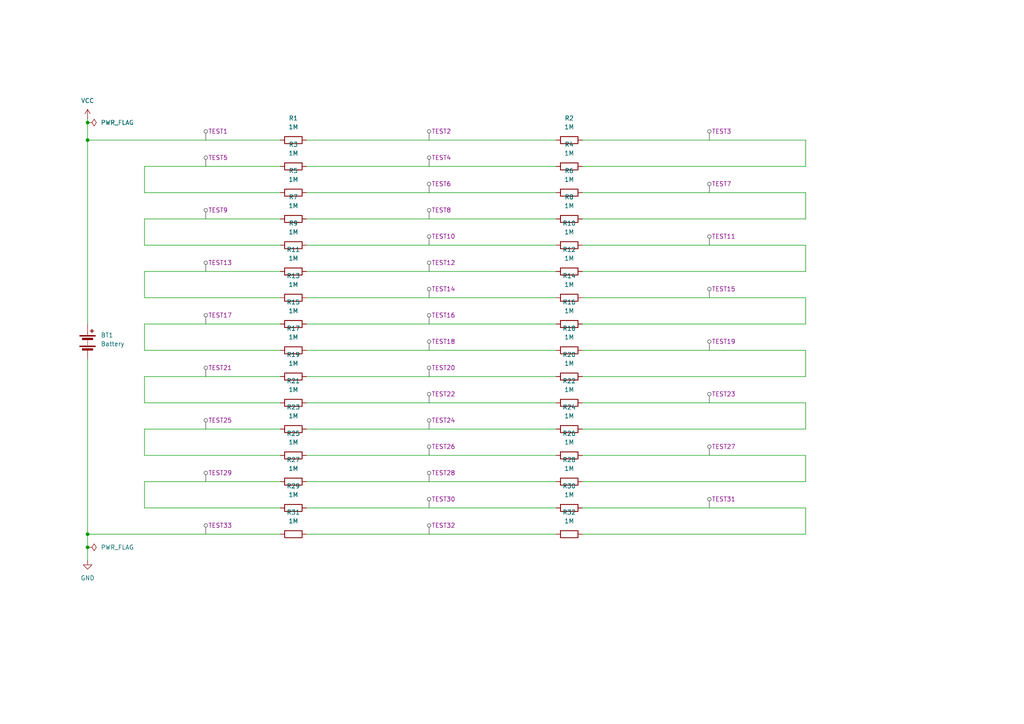
<source format=kicad_sch>
(kicad_sch (version 20250114) (generator "eeschema") (generator_version "9.0")
  (paper "A4")
  (lib_symbols
    (symbol "Device:Battery" (pin_numbers (hide yes)) (pin_names (offset 0) (hide yes))
      (property "Reference" "BT" (at 2.54 2.54 0))
      (property "Value" "Battery" (at 2.54 0 0))
      (symbol "Battery_0_1"
        (rectangle (start -2.286 1.778) (end 2.286 1.524) (fill (type outline)))
        (rectangle (start -2.286 -1.27) (end 2.286 -1.524) (fill (type outline)))
        (rectangle (start -1.524 1.016) (end 1.524 0.508) (fill (type outline)))
        (rectangle (start -1.524 -2.032) (end 1.524 -2.54) (fill (type outline)))
        (polyline (pts (xy 0 1.778) (xy 0 2.54)))
        (polyline (pts (xy 0 0) (xy 0 0.254)))
        (polyline (pts (xy 0 -0.508) (xy 0 -0.254)))
        (polyline (pts (xy 0 -1.016) (xy 0 -0.762)))
        (polyline (pts (xy 0.762 3.048) (xy 1.778 3.048)) (stroke (width 0.254)))
        (polyline (pts (xy 1.27 3.556) (xy 1.27 2.54)) (stroke (width 0.254)))
      )
      (symbol "Battery_1_1"
        (pin passive line (at 0 5.08 270) (length 2.54) (name "+") (number "1"))
        (pin passive line (at 0 -5.08 90) (length 2.54) (name "-") (number "2"))
      )
    )
    (symbol "Device:R" (pin_numbers (hide yes)) (pin_names (offset 0))
      (property "Reference" "R" (at 2.032 0 90))
      (property "Value" "R" (at 0 0 90))
      (symbol "R_0_1"
        (rectangle (start -1.016 -2.54) (end 1.016 2.54) (stroke (width 0.254)))
      )
      (symbol "R_1_1"
        (pin passive line (at 0 3.81 270) (length 1.27) (name "~") (number "1"))
        (pin passive line (at 0 -3.81 90) (length 1.27) (name "~") (number "2"))
      )
    )
    (symbol "power:GND" (power) (pin_numbers (hide yes)) (pin_names (offset 0) (hide yes))
      (property "Value" "GND" (at 0 -3.81 0))
      (symbol "GND_0_1"
        (polyline (pts (xy 0 0) (xy 0 -1.27) (xy 1.27 -1.27) (xy 0 -2.54) (xy -1.27 -1.27) (xy 0 -1.27)))
      )
      (symbol "GND_1_1"
        (pin power_in line (at 0 0 270) (length 0) (name "~") (number "1"))
      )
    )
    (symbol "power:PWR_FLAG" (power) (pin_numbers (hide yes)) (pin_names (offset 0) (hide yes))
      (property "Value" "PWR_FLAG" (at 0 3.81 0))
      (symbol "PWR_FLAG_0_0"
        (pin power_out line (at 0 0 90) (length 0) (name "~") (number "1"))
      )
      (symbol "PWR_FLAG_0_1"
        (polyline (pts (xy 0 0) (xy 0 1.27) (xy -1.016 1.905) (xy 0 2.54) (xy 1.016 1.905) (xy 0 1.27)))
      )
    )
    (symbol "power:VCC" (power) (pin_numbers (hide yes)) (pin_names (offset 0) (hide yes))
      (property "Value" "VCC" (at 0 3.556 0))
      (symbol "VCC_0_1"
        (polyline (pts (xy -0.762 1.27) (xy 0 2.54)))
        (polyline (pts (xy 0 2.54) (xy 0.762 1.27)))
        (polyline (pts (xy 0 0) (xy 0 2.54)))
      )
      (symbol "VCC_1_1"
        (pin power_in line (at 0 0 90) (length 0) (name "~") (number "1"))
      )
    )
  )
  (junction (at 25.4 158.75))
  (junction (at 25.4 154.94))
  (junction (at 25.4 35.56))
  (junction (at 25.4 40.64))
  (wire (pts (xy 41.91 124.46) (xy 41.91 132.08)))
  (wire (pts (xy 88.9 116.84) (xy 161.29 116.84)))
  (wire (pts (xy 41.91 139.7) (xy 41.91 147.32)))
  (wire (pts (xy 41.91 109.22) (xy 41.91 116.84)))
  (wire (pts (xy 41.91 55.88) (xy 81.28 55.88)))
  (wire (pts (xy 25.4 40.64) (xy 81.28 40.64)))
  (wire (pts (xy 88.9 147.32) (xy 161.29 147.32)))
  (wire (pts (xy 88.9 48.26) (xy 161.29 48.26)))
  (wire (pts (xy 88.9 86.36) (xy 161.29 86.36)))
  (wire (pts (xy 41.91 139.7) (xy 81.28 139.7)))
  (wire (pts (xy 168.91 78.74) (xy 233.68 78.74)))
  (wire (pts (xy 88.9 132.08) (xy 161.29 132.08)))
  (wire (pts (xy 41.91 48.26) (xy 41.91 55.88)))
  (wire (pts (xy 25.4 34.29) (xy 25.4 35.56)))
  (wire (pts (xy 168.91 71.12) (xy 233.68 71.12)))
  (wire (pts (xy 88.9 40.64) (xy 161.29 40.64)))
  (wire (pts (xy 25.4 35.56) (xy 25.4 40.64)))
  (wire (pts (xy 25.4 154.94) (xy 25.4 158.75)))
  (wire (pts (xy 168.91 147.32) (xy 233.68 147.32)))
  (wire (pts (xy 41.91 78.74) (xy 41.91 86.36)))
  (wire (pts (xy 88.9 78.74) (xy 161.29 78.74)))
  (wire (pts (xy 41.91 101.6) (xy 81.28 101.6)))
  (wire (pts (xy 88.9 124.46) (xy 161.29 124.46)))
  (wire (pts (xy 168.91 124.46) (xy 233.68 124.46)))
  (wire (pts (xy 168.91 154.94) (xy 233.68 154.94)))
  (wire (pts (xy 41.91 93.98) (xy 41.91 101.6)))
  (wire (pts (xy 168.91 55.88) (xy 233.68 55.88)))
  (wire (pts (xy 168.91 116.84) (xy 233.68 116.84)))
  (wire (pts (xy 168.91 63.5) (xy 233.68 63.5)))
  (wire (pts (xy 41.91 71.12) (xy 81.28 71.12)))
  (wire (pts (xy 88.9 154.94) (xy 161.29 154.94)))
  (wire (pts (xy 168.91 40.64) (xy 233.68 40.64)))
  (wire (pts (xy 233.68 86.36) (xy 233.68 93.98)))
  (wire (pts (xy 41.91 124.46) (xy 81.28 124.46)))
  (wire (pts (xy 168.91 48.26) (xy 233.68 48.26)))
  (wire (pts (xy 41.91 147.32) (xy 81.28 147.32)))
  (wire (pts (xy 233.68 40.64) (xy 233.68 48.26)))
  (wire (pts (xy 88.9 109.22) (xy 161.29 109.22)))
  (wire (pts (xy 168.91 93.98) (xy 233.68 93.98)))
  (wire (pts (xy 25.4 154.94) (xy 81.28 154.94)))
  (wire (pts (xy 41.91 86.36) (xy 81.28 86.36)))
  (wire (pts (xy 88.9 101.6) (xy 161.29 101.6)))
  (wire (pts (xy 88.9 55.88) (xy 161.29 55.88)))
  (wire (pts (xy 41.91 132.08) (xy 81.28 132.08)))
  (wire (pts (xy 168.91 139.7) (xy 233.68 139.7)))
  (wire (pts (xy 168.91 132.08) (xy 233.68 132.08)))
  (wire (pts (xy 41.91 63.5) (xy 81.28 63.5)))
  (wire (pts (xy 88.9 63.5) (xy 161.29 63.5)))
  (wire (pts (xy 233.68 147.32) (xy 233.68 154.94)))
  (wire (pts (xy 25.4 93.98) (xy 25.4 40.64)))
  (wire (pts (xy 168.91 109.22) (xy 233.68 109.22)))
  (wire (pts (xy 168.91 86.36) (xy 233.68 86.36)))
  (wire (pts (xy 41.91 116.84) (xy 81.28 116.84)))
  (wire (pts (xy 233.68 116.84) (xy 233.68 124.46)))
  (wire (pts (xy 41.91 48.26) (xy 81.28 48.26)))
  (wire (pts (xy 41.91 109.22) (xy 81.28 109.22)))
  (wire (pts (xy 88.9 93.98) (xy 161.29 93.98)))
  (wire (pts (xy 168.91 101.6) (xy 233.68 101.6)))
  (wire (pts (xy 233.68 132.08) (xy 233.68 139.7)))
  (wire (pts (xy 88.9 71.12) (xy 161.29 71.12)))
  (wire (pts (xy 41.91 93.98) (xy 81.28 93.98)))
  (wire (pts (xy 233.68 101.6) (xy 233.68 109.22)))
  (wire (pts (xy 25.4 104.14) (xy 25.4 154.94)))
  (wire (pts (xy 233.68 55.88) (xy 233.68 63.5)))
  (wire (pts (xy 88.9 139.7) (xy 161.29 139.7)))
  (wire (pts (xy 25.4 158.75) (xy 25.4 162.56)))
  (wire (pts (xy 41.91 78.74) (xy 81.28 78.74)))
  (wire (pts (xy 41.91 63.5) (xy 41.91 71.12)))
  (wire (pts (xy 233.68 71.12) (xy 233.68 78.74)))
  (netclass_flag "" (length 2.54) (shape round) (at 59.69 63.5 0) (property "Netclass" "TEST9" (at 60.3885 60.96 0) (effects (justify left))))
  (netclass_flag "" (length 2.54) (shape round) (at 205.74 116.84 0) (property "Netclass" "TEST23" (at 206.4385 114.3 0) (effects (justify left))))
  (netclass_flag "" (length 2.54) (shape round) (at 205.74 101.6 0) (property "Netclass" "TEST19" (at 206.4385 99.06 0) (effects (justify left))))
  (netclass_flag "" (length 2.54) (shape round) (at 59.69 109.22 0) (property "Netclass" "TEST21" (at 60.3885 106.68 0) (effects (justify left))))
  (netclass_flag "" (length 2.54) (shape round) (at 205.74 147.32 0) (property "Netclass" "TEST31" (at 206.4385 144.78 0) (effects (justify left))))
  (netclass_flag "" (length 2.54) (shape round) (at 124.46 48.26 0) (property "Netclass" "TEST4" (at 125.1585 45.72 0) (effects (justify left))))
  (netclass_flag "" (length 2.54) (shape round) (at 205.74 55.88 0) (property "Netclass" "TEST7" (at 206.4385 53.34 0) (effects (justify left))))
  (netclass_flag "" (length 2.54) (shape round) (at 59.69 124.46 0) (property "Netclass" "TEST25" (at 60.3885 121.92 0) (effects (justify left))))
  (netclass_flag "" (length 2.54) (shape round) (at 124.46 132.08 0) (property "Netclass" "TEST26" (at 125.1585 129.54 0) (effects (justify left))))
  (netclass_flag "" (length 2.54) (shape round) (at 59.69 154.94 0) (property "Netclass" "TEST33" (at 60.3885 152.4 0) (effects (justify left))))
  (netclass_flag "" (length 2.54) (shape round) (at 124.46 63.5 0) (property "Netclass" "TEST8" (at 125.1585 60.96 0) (effects (justify left))))
  (netclass_flag "" (length 2.54) (shape round) (at 205.74 132.08 0) (property "Netclass" "TEST27" (at 206.4385 129.54 0) (effects (justify left))))
  (netclass_flag "" (length 2.54) (shape round) (at 124.46 93.98 0) (property "Netclass" "TEST16" (at 125.1585 91.44 0) (effects (justify left))))
  (netclass_flag "" (length 2.54) (shape round) (at 59.69 139.7 0) (property "Netclass" "TEST29" (at 60.3885 137.16 0) (effects (justify left))))
  (netclass_flag "" (length 2.54) (shape round) (at 205.74 71.12 0) (property "Netclass" "TEST11" (at 206.4385 68.58 0) (effects (justify left))))
  (netclass_flag "" (length 2.54) (shape round) (at 124.46 71.12 0) (property "Netclass" "TEST10" (at 125.1585 68.58 0) (effects (justify left))))
  (netclass_flag "" (length 2.54) (shape round) (at 124.46 78.74 0) (property "Netclass" "TEST12" (at 125.1585 76.2 0) (effects (justify left))))
  (netclass_flag "" (length 2.54) (shape round) (at 59.69 40.64 0) (property "Netclass" "TEST1" (at 60.3885 38.1 0) (effects (justify left))))
  (netclass_flag "" (length 2.54) (shape round) (at 124.46 109.22 0) (property "Netclass" "TEST20" (at 125.1585 106.68 0) (effects (justify left))))
  (netclass_flag "" (length 2.54) (shape round) (at 124.46 124.46 0) (property "Netclass" "TEST24" (at 125.1585 121.92 0) (effects (justify left))))
  (netclass_flag "" (length 2.54) (shape round) (at 205.74 40.64 0) (property "Netclass" "TEST3" (at 206.4385 38.1 0) (effects (justify left))))
  (netclass_flag "" (length 2.54) (shape round) (at 59.69 78.74 0) (property "Netclass" "TEST13" (at 60.3885 76.2 0) (effects (justify left))))
  (netclass_flag "" (length 2.54) (shape round) (at 124.46 40.64 0) (property "Netclass" "TEST2" (at 125.1585 38.1 0) (effects (justify left))))
  (netclass_flag "" (length 2.54) (shape round) (at 59.69 48.26 0) (property "Netclass" "TEST5" (at 60.3885 45.72 0) (effects (justify left))))
  (netclass_flag "" (length 2.54) (shape round) (at 124.46 147.32 0) (property "Netclass" "TEST30" (at 125.1585 144.78 0) (effects (justify left))))
  (netclass_flag "" (length 2.54) (shape round) (at 124.46 116.84 0) (property "Netclass" "TEST22" (at 125.1585 114.3 0) (effects (justify left))))
  (netclass_flag "" (length 2.54) (shape round) (at 124.46 86.36 0) (property "Netclass" "TEST14" (at 125.1585 83.82 0) (effects (justify left))))
  (netclass_flag "" (length 2.54) (shape round) (at 205.74 86.36 0) (property "Netclass" "TEST15" (at 206.4385 83.82 0) (effects (justify left))))
  (netclass_flag "" (length 2.54) (shape round) (at 59.69 93.98 0) (property "Netclass" "TEST17" (at 60.3885 91.44 0) (effects (justify left))))
  (netclass_flag "" (length 2.54) (shape round) (at 124.46 101.6 0) (property "Netclass" "TEST18" (at 125.1585 99.06 0) (effects (justify left))))
  (netclass_flag "" (length 2.54) (shape round) (at 124.46 55.88 0) (property "Netclass" "TEST6" (at 125.1585 53.34 0) (effects (justify left))))
  (netclass_flag "" (length 2.54) (shape round) (at 124.46 139.7 0) (property "Netclass" "TEST28" (at 125.1585 137.16 0) (effects (justify left))))
  (netclass_flag "" (length 2.54) (shape round) (at 124.46 154.94 0) (property "Netclass" "TEST32" (at 125.1585 152.4 0) (effects (justify left))))
  (symbol (lib_id "Device:R") (at 165.1 147.32 90) (unit 1)
    (property "Reference" "R30" (at 165.1 140.97 90))
    (property "Value" "1M" (at 165.1 143.51 90))
    (property "Footprint" "Resistor_THT:R_Axial_DIN0204_L3.6mm_D1.6mm_P7.62mm_Horizontal" (effects (hide yes)))
    (property "Description" "Resistor" (effects (hide yes)))
  )
  (symbol (lib_id "Device:R") (at 85.09 109.22 90) (unit 1)
    (property "Reference" "R19" (at 85.09 102.87 90))
    (property "Value" "1M" (at 85.09 105.41 90))
    (property "Footprint" "Resistor_THT:R_Axial_DIN0204_L3.6mm_D1.6mm_P7.62mm_Horizontal" (effects (hide yes)))
    (property "Description" "Resistor" (effects (hide yes)))
  )
  (symbol (lib_id "Device:R") (at 85.09 101.6 90) (unit 1)
    (property "Reference" "R17" (at 85.09 95.25 90))
    (property "Value" "1M" (at 85.09 97.79 90))
    (property "Footprint" "Resistor_THT:R_Axial_DIN0204_L3.6mm_D1.6mm_P7.62mm_Horizontal" (effects (hide yes)))
    (property "Description" "Resistor" (effects (hide yes)))
  )
  (symbol (lib_id "Device:R") (at 85.09 40.64 90) (unit 1)
    (property "Reference" "R1" (at 85.09 34.29 90))
    (property "Value" "1M" (at 85.09 36.83 90))
    (property "Footprint" "Resistor_THT:R_Axial_DIN0204_L3.6mm_D1.6mm_P7.62mm_Horizontal" (effects (hide yes)))
    (property "Description" "Resistor" (effects (hide yes)))
  )
  (symbol (lib_id "Device:R") (at 165.1 154.94 90) (unit 1)
    (property "Reference" "R32" (at 165.1 148.59 90))
    (property "Value" "1M" (at 165.1 151.13 90))
    (property "Footprint" "Resistor_THT:R_Axial_DIN0204_L3.6mm_D1.6mm_P7.62mm_Horizontal" (effects (hide yes)))
    (property "Description" "Resistor" (effects (hide yes)))
  )
  (symbol (lib_id "Device:R") (at 165.1 40.64 90) (unit 1)
    (property "Reference" "R2" (at 165.1 34.29 90))
    (property "Value" "1M" (at 165.1 36.83 90))
    (property "Footprint" "Resistor_THT:R_Axial_DIN0204_L3.6mm_D1.6mm_P7.62mm_Horizontal" (effects (hide yes)))
    (property "Description" "Resistor" (effects (hide yes)))
  )
  (symbol (lib_id "Device:R") (at 85.09 147.32 90) (unit 1)
    (property "Reference" "R29" (at 85.09 140.97 90))
    (property "Value" "1M" (at 85.09 143.51 90))
    (property "Footprint" "Resistor_THT:R_Axial_DIN0204_L3.6mm_D1.6mm_P7.62mm_Horizontal" (effects (hide yes)))
    (property "Description" "Resistor" (effects (hide yes)))
  )
  (symbol (lib_id "Device:R") (at 85.09 154.94 90) (unit 1)
    (property "Reference" "R31" (at 85.09 148.59 90))
    (property "Value" "1M" (at 85.09 151.13 90))
    (property "Footprint" "Resistor_THT:R_Axial_DIN0204_L3.6mm_D1.6mm_P7.62mm_Horizontal" (effects (hide yes)))
    (property "Description" "Resistor" (effects (hide yes)))
  )
  (symbol (lib_id "Device:R") (at 165.1 86.36 90) (unit 1)
    (property "Reference" "R14" (at 165.1 80.01 90))
    (property "Value" "1M" (at 165.1 82.55 90))
    (property "Footprint" "Resistor_THT:R_Axial_DIN0204_L3.6mm_D1.6mm_P7.62mm_Horizontal" (effects (hide yes)))
    (property "Description" "Resistor" (effects (hide yes)))
  )
  (symbol (lib_id "Device:R") (at 85.09 55.88 90) (unit 1)
    (property "Reference" "R5" (at 85.09 49.53 90))
    (property "Value" "1M" (at 85.09 52.07 90))
    (property "Footprint" "Resistor_THT:R_Axial_DIN0204_L3.6mm_D1.6mm_P7.62mm_Horizontal" (effects (hide yes)))
    (property "Description" "Resistor" (effects (hide yes)))
  )
  (symbol (lib_id "power:VCC") (at 25.4 34.29 0) (unit 1)
    (property "Reference" "#PWR01" (effects (hide yes)))
    (property "Value" "VCC" (at 25.4 29.21 0))
    (property "Description" "Power symbol creates a global label with name \"VCC\"" (effects (hide yes)))
  )
  (symbol (lib_id "Device:R") (at 165.1 71.12 90) (unit 1)
    (property "Reference" "R10" (at 165.1 64.77 90))
    (property "Value" "1M" (at 165.1 67.31 90))
    (property "Footprint" "Resistor_THT:R_Axial_DIN0204_L3.6mm_D1.6mm_P7.62mm_Horizontal" (effects (hide yes)))
    (property "Description" "Resistor" (effects (hide yes)))
  )
  (symbol (lib_id "Device:R") (at 85.09 48.26 90) (unit 1)
    (property "Reference" "R3" (at 85.09 41.91 90))
    (property "Value" "1M" (at 85.09 44.45 90))
    (property "Footprint" "Resistor_THT:R_Axial_DIN0204_L3.6mm_D1.6mm_P7.62mm_Horizontal" (effects (hide yes)))
    (property "Description" "Resistor" (effects (hide yes)))
  )
  (symbol (lib_id "Device:R") (at 165.1 132.08 90) (unit 1)
    (property "Reference" "R26" (at 165.1 125.73 90))
    (property "Value" "1M" (at 165.1 128.27 90))
    (property "Footprint" "Resistor_THT:R_Axial_DIN0204_L3.6mm_D1.6mm_P7.62mm_Horizontal" (effects (hide yes)))
    (property "Description" "Resistor" (effects (hide yes)))
  )
  (symbol (lib_id "Device:R") (at 165.1 124.46 90) (unit 1)
    (property "Reference" "R24" (at 165.1 118.11 90))
    (property "Value" "1M" (at 165.1 120.65 90))
    (property "Footprint" "Resistor_THT:R_Axial_DIN0204_L3.6mm_D1.6mm_P7.62mm_Horizontal" (effects (hide yes)))
    (property "Description" "Resistor" (effects (hide yes)))
  )
  (symbol (lib_id "power:PWR_FLAG") (at 25.4 35.56 270) (unit 1)
    (property "Reference" "#FLG01" (effects (hide yes)))
    (property "Value" "PWR_FLAG" (at 29.21 35.5599 90) (effects (justify left)))
    (property "Description" "Special symbol for telling ERC where power comes from" (effects (hide yes)))
  )
  (symbol (lib_id "Device:R") (at 165.1 63.5 90) (unit 1)
    (property "Reference" "R8" (at 165.1 57.15 90))
    (property "Value" "1M" (at 165.1 59.69 90))
    (property "Footprint" "Resistor_THT:R_Axial_DIN0204_L3.6mm_D1.6mm_P7.62mm_Horizontal" (effects (hide yes)))
    (property "Description" "Resistor" (effects (hide yes)))
  )
  (symbol (lib_id "Device:R") (at 165.1 116.84 90) (unit 1)
    (property "Reference" "R22" (at 165.1 110.49 90))
    (property "Value" "1M" (at 165.1 113.03 90))
    (property "Footprint" "Resistor_THT:R_Axial_DIN0204_L3.6mm_D1.6mm_P7.62mm_Horizontal" (effects (hide yes)))
    (property "Description" "Resistor" (effects (hide yes)))
  )
  (symbol (lib_id "power:GND") (at 25.4 162.56 0) (unit 1)
    (property "Reference" "#PWR02" (effects (hide yes)))
    (property "Value" "GND" (at 25.4 167.64 0))
    (property "Description" "Power symbol creates a global label with name \"GND\" , ground" (effects (hide yes)))
  )
  (symbol (lib_id "Device:R") (at 85.09 116.84 90) (unit 1)
    (property "Reference" "R21" (at 85.09 110.49 90))
    (property "Value" "1M" (at 85.09 113.03 90))
    (property "Footprint" "Resistor_THT:R_Axial_DIN0204_L3.6mm_D1.6mm_P7.62mm_Horizontal" (effects (hide yes)))
    (property "Description" "Resistor" (effects (hide yes)))
  )
  (symbol (lib_id "Device:R") (at 85.09 93.98 90) (unit 1)
    (property "Reference" "R15" (at 85.09 87.63 90))
    (property "Value" "1M" (at 85.09 90.17 90))
    (property "Footprint" "Resistor_THT:R_Axial_DIN0204_L3.6mm_D1.6mm_P7.62mm_Horizontal" (effects (hide yes)))
    (property "Description" "Resistor" (effects (hide yes)))
  )
  (symbol (lib_id "Device:R") (at 165.1 78.74 90) (unit 1)
    (property "Reference" "R12" (at 165.1 72.39 90))
    (property "Value" "1M" (at 165.1 74.93 90))
    (property "Footprint" "Resistor_THT:R_Axial_DIN0204_L3.6mm_D1.6mm_P7.62mm_Horizontal" (effects (hide yes)))
    (property "Description" "Resistor" (effects (hide yes)))
  )
  (symbol (lib_id "Device:R") (at 85.09 124.46 90) (unit 1)
    (property "Reference" "R23" (at 85.09 118.11 90))
    (property "Value" "1M" (at 85.09 120.65 90))
    (property "Footprint" "Resistor_THT:R_Axial_DIN0204_L3.6mm_D1.6mm_P7.62mm_Horizontal" (effects (hide yes)))
    (property "Description" "Resistor" (effects (hide yes)))
  )
  (symbol (lib_id "Device:R") (at 85.09 132.08 90) (unit 1)
    (property "Reference" "R25" (at 85.09 125.73 90))
    (property "Value" "1M" (at 85.09 128.27 90))
    (property "Footprint" "Resistor_THT:R_Axial_DIN0204_L3.6mm_D1.6mm_P7.62mm_Horizontal" (effects (hide yes)))
    (property "Description" "Resistor" (effects (hide yes)))
  )
  (symbol (lib_id "power:PWR_FLAG") (at 25.4 158.75 270) (unit 1)
    (property "Reference" "#FLG02" (effects (hide yes)))
    (property "Value" "PWR_FLAG" (at 29.21 158.7499 90) (effects (justify left)))
    (property "Description" "Special symbol for telling ERC where power comes from" (effects (hide yes)))
  )
  (symbol (lib_id "Device:Battery") (at 25.4 99.06 0) (unit 1)
    (property "Reference" "BT1" (at 29.21 97.2184 0) (effects (justify left)))
    (property "Value" "Battery" (at 29.21 99.7584 0) (effects (justify left)))
    (property "Footprint" "Battery:BatteryHolder_Keystone_2466_1xAAA" (effects (hide yes)))
    (property "Description" "Multiple-cell battery" (effects (hide yes)))
  )
  (symbol (lib_id "Device:R") (at 165.1 101.6 90) (unit 1)
    (property "Reference" "R18" (at 165.1 95.25 90))
    (property "Value" "1M" (at 165.1 97.79 90))
    (property "Footprint" "Resistor_THT:R_Axial_DIN0204_L3.6mm_D1.6mm_P7.62mm_Horizontal" (effects (hide yes)))
    (property "Description" "Resistor" (effects (hide yes)))
  )
  (symbol (lib_id "Device:R") (at 85.09 71.12 90) (unit 1)
    (property "Reference" "R9" (at 85.09 64.77 90))
    (property "Value" "1M" (at 85.09 67.31 90))
    (property "Footprint" "Resistor_THT:R_Axial_DIN0204_L3.6mm_D1.6mm_P7.62mm_Horizontal" (effects (hide yes)))
    (property "Description" "Resistor" (effects (hide yes)))
  )
  (symbol (lib_id "Device:R") (at 165.1 109.22 90) (unit 1)
    (property "Reference" "R20" (at 165.1 102.87 90))
    (property "Value" "1M" (at 165.1 105.41 90))
    (property "Footprint" "Resistor_THT:R_Axial_DIN0204_L3.6mm_D1.6mm_P7.62mm_Horizontal" (effects (hide yes)))
    (property "Description" "Resistor" (effects (hide yes)))
  )
  (symbol (lib_id "Device:R") (at 85.09 78.74 90) (unit 1)
    (property "Reference" "R11" (at 85.09 72.39 90))
    (property "Value" "1M" (at 85.09 74.93 90))
    (property "Footprint" "Resistor_THT:R_Axial_DIN0204_L3.6mm_D1.6mm_P7.62mm_Horizontal" (effects (hide yes)))
    (property "Description" "Resistor" (effects (hide yes)))
  )
  (symbol (lib_id "Device:R") (at 85.09 63.5 90) (unit 1)
    (property "Reference" "R7" (at 85.09 57.15 90))
    (property "Value" "1M" (at 85.09 59.69 90))
    (property "Footprint" "Resistor_THT:R_Axial_DIN0204_L3.6mm_D1.6mm_P7.62mm_Horizontal" (effects (hide yes)))
    (property "Description" "Resistor" (effects (hide yes)))
  )
  (symbol (lib_id "Device:R") (at 165.1 55.88 90) (unit 1)
    (property "Reference" "R6" (at 165.1 49.53 90))
    (property "Value" "1M" (at 165.1 52.07 90))
    (property "Footprint" "Resistor_THT:R_Axial_DIN0204_L3.6mm_D1.6mm_P7.62mm_Horizontal" (effects (hide yes)))
    (property "Description" "Resistor" (effects (hide yes)))
  )
  (symbol (lib_id "Device:R") (at 165.1 93.98 90) (unit 1)
    (property "Reference" "R16" (at 165.1 87.63 90))
    (property "Value" "1M" (at 165.1 90.17 90))
    (property "Footprint" "Resistor_THT:R_Axial_DIN0204_L3.6mm_D1.6mm_P7.62mm_Horizontal" (effects (hide yes)))
    (property "Description" "Resistor" (effects (hide yes)))
  )
  (symbol (lib_id "Device:R") (at 165.1 139.7 90) (unit 1)
    (property "Reference" "R28" (at 165.1 133.35 90))
    (property "Value" "1M" (at 165.1 135.89 90))
    (property "Footprint" "Resistor_THT:R_Axial_DIN0204_L3.6mm_D1.6mm_P7.62mm_Horizontal" (effects (hide yes)))
    (property "Description" "Resistor" (effects (hide yes)))
  )
  (symbol (lib_id "Device:R") (at 165.1 48.26 90) (unit 1)
    (property "Reference" "R4" (at 165.1 41.91 90))
    (property "Value" "1M" (at 165.1 44.45 90))
    (property "Footprint" "Resistor_THT:R_Axial_DIN0204_L3.6mm_D1.6mm_P7.62mm_Horizontal" (effects (hide yes)))
    (property "Description" "Resistor" (effects (hide yes)))
  )
  (symbol (lib_id "Device:R") (at 85.09 139.7 90) (unit 1)
    (property "Reference" "R27" (at 85.09 133.35 90))
    (property "Value" "1M" (at 85.09 135.89 90))
    (property "Footprint" "Resistor_THT:R_Axial_DIN0204_L3.6mm_D1.6mm_P7.62mm_Horizontal" (effects (hide yes)))
    (property "Description" "Resistor" (effects (hide yes)))
  )
  (symbol (lib_id "Device:R") (at 85.09 86.36 90) (unit 1)
    (property "Reference" "R13" (at 85.09 80.01 90))
    (property "Value" "1M" (at 85.09 82.55 90))
    (property "Footprint" "Resistor_THT:R_Axial_DIN0204_L3.6mm_D1.6mm_P7.62mm_Horizontal" (effects (hide yes)))
    (property "Description" "Resistor" (effects (hide yes)))
  )
)
</source>
